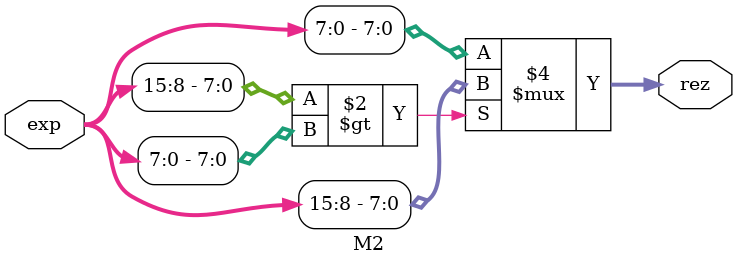
<source format=v>
`timescale 1ns / 1ps


module M2(
    exp,
    rez
    );
    input [15:0]exp;
    output[7:0] rez;
    reg [7:0] rez;
    always @(exp)
    begin
    if (exp[15:8] > exp[7:0])
    begin
      rez[7:0] = exp[15:8];
     end
    else rez[7:0] = exp[7:0]; 
    end
    
endmodule

</source>
